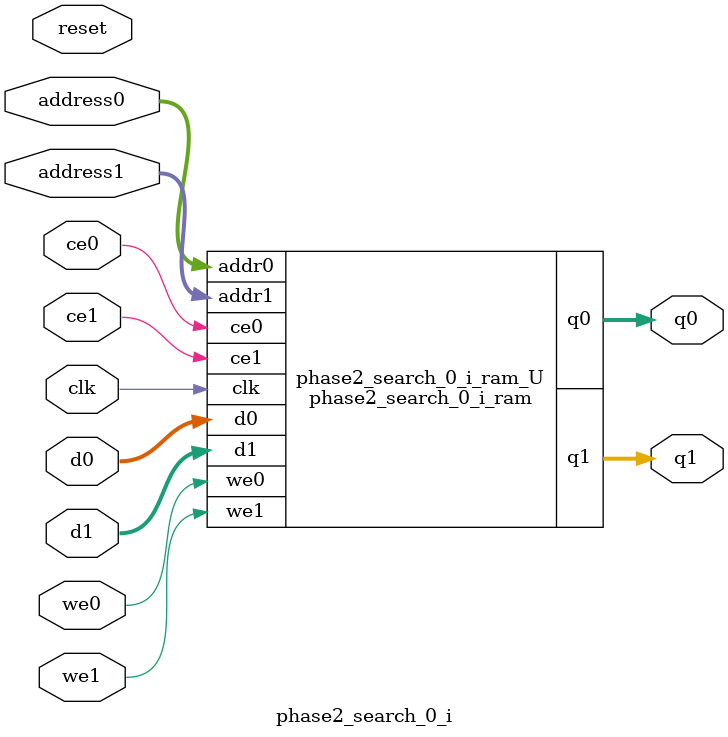
<source format=v>

`timescale 1 ns / 1 ps
module phase2_search_0_i_ram (addr0, ce0, d0, we0, q0, addr1, ce1, d1, we1, q1,  clk);

parameter DWIDTH = 8;
parameter AWIDTH = 5;
parameter MEM_SIZE = 31;

input[AWIDTH-1:0] addr0;
input ce0;
input[DWIDTH-1:0] d0;
input we0;
output reg[DWIDTH-1:0] q0;
input[AWIDTH-1:0] addr1;
input ce1;
input[DWIDTH-1:0] d1;
input we1;
output reg[DWIDTH-1:0] q1;
input clk;

(* ram_style = "block" *)reg [DWIDTH-1:0] ram[0:MEM_SIZE-1];




always @(posedge clk)  
begin 
    if (ce0) 
    begin
        if (we0) 
        begin 
            ram[addr0] <= d0; 
            q0 <= d0;
        end 
        else 
            q0 <= ram[addr0];
    end
end


always @(posedge clk)  
begin 
    if (ce1) 
    begin
        if (we1) 
        begin 
            ram[addr1] <= d1; 
            q1 <= d1;
        end 
        else 
            q1 <= ram[addr1];
    end
end


endmodule


`timescale 1 ns / 1 ps
module phase2_search_0_i(
    reset,
    clk,
    address0,
    ce0,
    we0,
    d0,
    q0,
    address1,
    ce1,
    we1,
    d1,
    q1);

parameter DataWidth = 32'd8;
parameter AddressRange = 32'd31;
parameter AddressWidth = 32'd5;
input reset;
input clk;
input[AddressWidth - 1:0] address0;
input ce0;
input we0;
input[DataWidth - 1:0] d0;
output[DataWidth - 1:0] q0;
input[AddressWidth - 1:0] address1;
input ce1;
input we1;
input[DataWidth - 1:0] d1;
output[DataWidth - 1:0] q1;



phase2_search_0_i_ram phase2_search_0_i_ram_U(
    .clk( clk ),
    .addr0( address0 ),
    .ce0( ce0 ),
    .we0( we0 ),
    .d0( d0 ),
    .q0( q0 ),
    .addr1( address1 ),
    .ce1( ce1 ),
    .we1( we1 ),
    .d1( d1 ),
    .q1( q1 ));

endmodule


</source>
